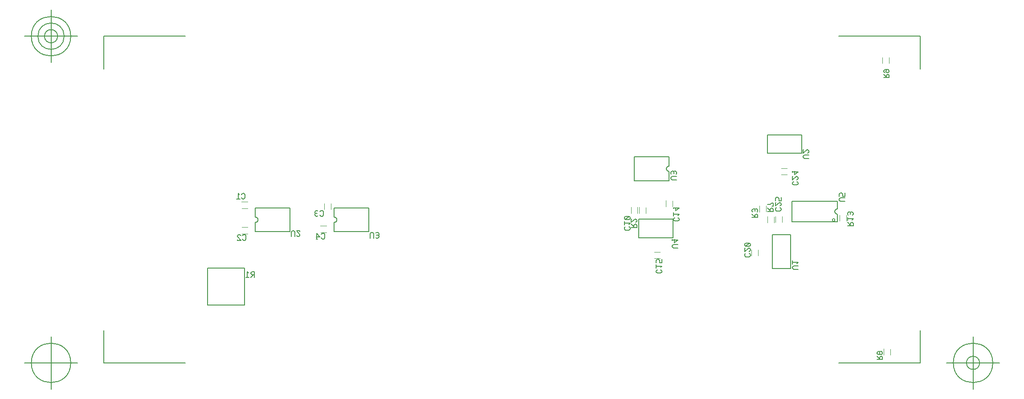
<source format=gbr>
G04 Generated by Ultiboard 13.0 *
%FSLAX24Y24*%
%MOIN*%

%ADD10C,0.0001*%
%ADD11C,0.0067*%
%ADD12C,0.0010*%
%ADD13C,0.0080*%
%ADD14C,0.0050*%


G04 ColorRGB FF14FF for the following layer *
%LNSilkscreen Bottom*%
%LPD*%
G54D10*
G54D11*
X-18871Y-12604D02*
X-18871Y-12176D01*
X-19041Y-12176D01*
X-19127Y-12262D01*
X-19127Y-12304D01*
X-19041Y-12390D01*
X-18871Y-12390D01*
X-18913Y-12390D02*
X-19127Y-12604D01*
X-19297Y-12262D02*
X-19383Y-12176D01*
X-19383Y-12604D01*
X-19255Y-12604D02*
X-19511Y-12604D01*
X-19746Y-9742D02*
X-19661Y-9828D01*
X-19575Y-9828D01*
X-19490Y-9742D01*
X-19490Y-9485D01*
X-19575Y-9400D01*
X-19661Y-9400D01*
X-19746Y-9485D01*
X-19874Y-9485D02*
X-19959Y-9400D01*
X-20045Y-9400D01*
X-20130Y-9485D01*
X-20130Y-9528D01*
X-19874Y-9828D01*
X-20130Y-9828D01*
X-20130Y-9785D01*
X-16089Y-9541D02*
X-16089Y-9198D01*
X-16003Y-9112D01*
X-15918Y-9112D01*
X-15833Y-9198D01*
X-15833Y-9541D01*
X-15705Y-9455D02*
X-15619Y-9541D01*
X-15534Y-9541D01*
X-15449Y-9455D01*
X-15449Y-9412D01*
X-15705Y-9112D01*
X-15449Y-9112D01*
X-15449Y-9155D01*
X-13846Y-9642D02*
X-13761Y-9728D01*
X-13675Y-9728D01*
X-13590Y-9642D01*
X-13590Y-9385D01*
X-13675Y-9300D01*
X-13761Y-9300D01*
X-13846Y-9385D01*
X-14230Y-9557D02*
X-13974Y-9557D01*
X-14187Y-9300D01*
X-14187Y-9728D01*
X-14145Y-9728D02*
X-14230Y-9728D01*
X-10183Y-9659D02*
X-10183Y-9316D01*
X-10098Y-9230D01*
X-10013Y-9230D01*
X-9927Y-9316D01*
X-9927Y-9659D01*
X-9757Y-9616D02*
X-9714Y-9659D01*
X-9629Y-9659D01*
X-9543Y-9573D01*
X-9543Y-9487D01*
X-9586Y-9444D01*
X-9543Y-9402D01*
X-9543Y-9316D01*
X-9629Y-9230D01*
X-9714Y-9230D01*
X-9757Y-9273D01*
X-9714Y-9444D02*
X-9586Y-9444D01*
X-13946Y-7942D02*
X-13861Y-8028D01*
X-13775Y-8028D01*
X-13690Y-7942D01*
X-13690Y-7685D01*
X-13775Y-7600D01*
X-13861Y-7600D01*
X-13946Y-7685D01*
X-14117Y-7642D02*
X-14159Y-7600D01*
X-14245Y-7600D01*
X-14330Y-7685D01*
X-14330Y-7771D01*
X-14287Y-7814D01*
X-14330Y-7857D01*
X-14330Y-7942D01*
X-14245Y-8028D01*
X-14159Y-8028D01*
X-14117Y-7985D01*
X-14159Y-7814D02*
X-14287Y-7814D01*
X-19816Y-6645D02*
X-19731Y-6730D01*
X-19646Y-6730D01*
X-19560Y-6645D01*
X-19560Y-6387D01*
X-19646Y-6302D01*
X-19731Y-6302D01*
X-19816Y-6387D01*
X-19987Y-6387D02*
X-20072Y-6302D01*
X-20072Y-6730D01*
X-19944Y-6730D02*
X-20200Y-6730D01*
X12737Y-5292D02*
X12394Y-5292D01*
X12308Y-5207D01*
X12308Y-5122D01*
X12394Y-5036D01*
X12737Y-5036D01*
X12694Y-4866D02*
X12737Y-4823D01*
X12737Y-4738D01*
X12651Y-4652D01*
X12565Y-4652D01*
X12522Y-4695D01*
X12480Y-4652D01*
X12394Y-4652D01*
X12308Y-4738D01*
X12308Y-4823D01*
X12351Y-4866D01*
X12522Y-4823D02*
X12522Y-4695D01*
X12837Y-10392D02*
X12494Y-10392D01*
X12408Y-10307D01*
X12408Y-10222D01*
X12494Y-10136D01*
X12837Y-10136D01*
X12580Y-9752D02*
X12580Y-10008D01*
X12837Y-9795D01*
X12408Y-9795D01*
X12408Y-9838D02*
X12408Y-9752D01*
X21837Y-11992D02*
X21494Y-11992D01*
X21408Y-11907D01*
X21408Y-11822D01*
X21494Y-11736D01*
X21837Y-11736D01*
X21751Y-11566D02*
X21837Y-11480D01*
X21408Y-11480D01*
X21408Y-11608D02*
X21408Y-11352D01*
X22637Y-3692D02*
X22294Y-3692D01*
X22208Y-3607D01*
X22208Y-3522D01*
X22294Y-3436D01*
X22637Y-3436D01*
X22551Y-3308D02*
X22637Y-3223D01*
X22637Y-3138D01*
X22551Y-3052D01*
X22508Y-3052D01*
X22208Y-3308D01*
X22208Y-3052D01*
X22251Y-3052D01*
X25337Y-6908D02*
X24994Y-6908D01*
X24908Y-6823D01*
X24908Y-6738D01*
X24994Y-6652D01*
X25337Y-6652D01*
X25337Y-6268D02*
X25337Y-6524D01*
X25165Y-6524D01*
X25165Y-6354D01*
X25080Y-6268D01*
X24994Y-6268D01*
X24908Y-6354D01*
X24908Y-6524D01*
X8918Y-8797D02*
X8833Y-8882D01*
X8833Y-8968D01*
X8918Y-9053D01*
X9175Y-9053D01*
X9261Y-8968D01*
X9261Y-8882D01*
X9175Y-8797D01*
X9175Y-8626D02*
X9261Y-8541D01*
X8833Y-8541D01*
X8833Y-8669D02*
X8833Y-8413D01*
X9175Y-8285D02*
X9261Y-8200D01*
X9261Y-8114D01*
X9175Y-8029D01*
X8918Y-8029D01*
X8833Y-8114D01*
X8833Y-8200D01*
X8918Y-8285D01*
X9175Y-8285D01*
X9175Y-8029D02*
X8918Y-8285D01*
X9333Y-8861D02*
X9761Y-8861D01*
X9761Y-8690D01*
X9675Y-8605D01*
X9633Y-8605D01*
X9547Y-8690D01*
X9547Y-8861D01*
X9547Y-8818D02*
X9333Y-8605D01*
X9675Y-8477D02*
X9761Y-8392D01*
X9761Y-8306D01*
X9675Y-8221D01*
X9633Y-8221D01*
X9333Y-8477D01*
X9333Y-8221D01*
X9375Y-8221D01*
X11294Y-12020D02*
X11208Y-12106D01*
X11208Y-12191D01*
X11294Y-12276D01*
X11551Y-12276D01*
X11637Y-12191D01*
X11637Y-12106D01*
X11551Y-12020D01*
X11551Y-11850D02*
X11637Y-11764D01*
X11208Y-11764D01*
X11208Y-11892D02*
X11208Y-11636D01*
X11637Y-11252D02*
X11637Y-11508D01*
X11465Y-11508D01*
X11465Y-11338D01*
X11380Y-11252D01*
X11294Y-11252D01*
X11208Y-11338D01*
X11208Y-11508D01*
X12594Y-8128D02*
X12508Y-8214D01*
X12508Y-8299D01*
X12594Y-8384D01*
X12851Y-8384D01*
X12937Y-8299D01*
X12937Y-8214D01*
X12851Y-8128D01*
X12851Y-7958D02*
X12937Y-7872D01*
X12508Y-7872D01*
X12508Y-8000D02*
X12508Y-7744D01*
X12680Y-7360D02*
X12680Y-7616D01*
X12937Y-7403D01*
X12508Y-7403D01*
X12508Y-7446D02*
X12508Y-7360D01*
X17918Y-10797D02*
X17833Y-10882D01*
X17833Y-10968D01*
X17918Y-11053D01*
X18175Y-11053D01*
X18261Y-10968D01*
X18261Y-10882D01*
X18175Y-10797D01*
X18175Y-10669D02*
X18261Y-10584D01*
X18261Y-10498D01*
X18175Y-10413D01*
X18133Y-10413D01*
X17833Y-10669D01*
X17833Y-10413D01*
X17875Y-10413D01*
X18175Y-10285D02*
X18261Y-10200D01*
X18261Y-10114D01*
X18175Y-10029D01*
X17918Y-10029D01*
X17833Y-10114D01*
X17833Y-10200D01*
X17918Y-10285D01*
X18175Y-10285D01*
X18175Y-10029D02*
X17918Y-10285D01*
X19533Y-7661D02*
X19961Y-7661D01*
X19961Y-7490D01*
X19875Y-7405D01*
X19833Y-7405D01*
X19747Y-7490D01*
X19747Y-7661D01*
X19747Y-7618D02*
X19533Y-7405D01*
X19533Y-7149D02*
X19747Y-7149D01*
X19875Y-7021D01*
X19961Y-7021D01*
X19961Y-7277D01*
X19875Y-7277D01*
X20218Y-7373D02*
X20133Y-7459D01*
X20133Y-7544D01*
X20218Y-7629D01*
X20475Y-7629D01*
X20561Y-7544D01*
X20561Y-7459D01*
X20475Y-7373D01*
X20475Y-7245D02*
X20561Y-7160D01*
X20561Y-7075D01*
X20475Y-6989D01*
X20433Y-6989D01*
X20133Y-7245D01*
X20133Y-6989D01*
X20175Y-6989D01*
X20561Y-6605D02*
X20561Y-6861D01*
X20390Y-6861D01*
X20390Y-6691D01*
X20304Y-6605D01*
X20218Y-6605D01*
X20133Y-6691D01*
X20133Y-6861D01*
X18386Y-8116D02*
X18814Y-8116D01*
X18814Y-7945D01*
X18729Y-7860D01*
X18686Y-7860D01*
X18600Y-7945D01*
X18600Y-8116D01*
X18600Y-8073D02*
X18386Y-7860D01*
X18772Y-7689D02*
X18814Y-7646D01*
X18814Y-7561D01*
X18729Y-7476D01*
X18643Y-7476D01*
X18600Y-7518D01*
X18557Y-7476D01*
X18472Y-7476D01*
X18386Y-7561D01*
X18386Y-7646D01*
X18429Y-7689D01*
X18600Y-7646D02*
X18600Y-7518D01*
X25533Y-8729D02*
X25961Y-8729D01*
X25961Y-8559D01*
X25875Y-8473D01*
X25833Y-8473D01*
X25747Y-8559D01*
X25747Y-8729D01*
X25747Y-8687D02*
X25533Y-8473D01*
X25875Y-8303D02*
X25961Y-8217D01*
X25533Y-8217D01*
X25533Y-8345D02*
X25533Y-8089D01*
X25918Y-7919D02*
X25961Y-7876D01*
X25961Y-7791D01*
X25875Y-7705D01*
X25790Y-7705D01*
X25747Y-7748D01*
X25704Y-7705D01*
X25618Y-7705D01*
X25533Y-7791D01*
X25533Y-7876D01*
X25575Y-7919D01*
X25747Y-7876D02*
X25747Y-7748D01*
X21494Y-5420D02*
X21408Y-5506D01*
X21408Y-5591D01*
X21494Y-5676D01*
X21751Y-5676D01*
X21837Y-5591D01*
X21837Y-5506D01*
X21751Y-5420D01*
X21751Y-5292D02*
X21837Y-5207D01*
X21837Y-5122D01*
X21751Y-5036D01*
X21708Y-5036D01*
X21408Y-5292D01*
X21408Y-5036D01*
X21451Y-5036D01*
X21580Y-4652D02*
X21580Y-4908D01*
X21837Y-4695D01*
X21408Y-4695D01*
X21408Y-4738D02*
X21408Y-4652D01*
G54D12*
X-19803Y-8835D02*
X-19359Y-8835D01*
X-19802Y-9327D02*
X-19363Y-9326D01*
X-13913Y-8735D02*
X-13469Y-8735D01*
X-13912Y-9227D02*
X-13473Y-9226D01*
X-13631Y-7510D02*
X-13631Y-7065D01*
X-13138Y-7509D02*
X-13139Y-7070D01*
X-19813Y-6935D02*
X-19369Y-6935D01*
X-19812Y-7427D02*
X-19373Y-7426D01*
X28233Y-18396D02*
X28233Y-17951D01*
X28725Y-18394D02*
X28725Y-17956D01*
X28626Y3862D02*
X28626Y3417D01*
X28134Y3861D02*
X28134Y3422D01*
X9328Y-7791D02*
X9328Y-7346D01*
X9820Y-7789D02*
X9820Y-7351D01*
X9933Y-7796D02*
X9933Y-7351D01*
X10425Y-7794D02*
X10425Y-7356D01*
X11062Y-10689D02*
X11507Y-10689D01*
X11064Y-11182D02*
X11502Y-11181D01*
X11933Y-7296D02*
X11933Y-6851D01*
X12425Y-7294D02*
X12425Y-6856D01*
X18826Y-10538D02*
X18826Y-10983D01*
X18334Y-10539D02*
X18334Y-10978D01*
X19533Y-8496D02*
X19533Y-8051D01*
X20025Y-8494D02*
X20025Y-8056D01*
X20626Y-8038D02*
X20626Y-8483D01*
X20134Y-8039D02*
X20134Y-8478D01*
X18933Y-7686D02*
X18933Y-7241D01*
X19425Y-7684D02*
X19425Y-7246D01*
X25426Y-7938D02*
X25426Y-8383D01*
X24934Y-7939D02*
X24934Y-8378D01*
X20561Y-4420D02*
X21005Y-4420D01*
X20562Y-4913D02*
X21001Y-4912D01*
G54D13*
X-18783Y-7395D02*
X-16185Y-7395D01*
X-16185Y-9167D01*
X-18783Y-9167D01*
X-18783Y-8478D02*
X-18766Y-8477D01*
X-18749Y-8475D01*
X-18733Y-8471D01*
X-18716Y-8466D01*
X-18700Y-8460D01*
X-18685Y-8452D01*
X-18671Y-8442D01*
X-18657Y-8432D01*
X-18644Y-8420D01*
X-18633Y-8408D01*
X-18622Y-8394D01*
X-18613Y-8380D01*
X-18605Y-8364D01*
X-18598Y-8348D01*
X-18593Y-8332D01*
X-18590Y-8315D01*
X-18587Y-8298D01*
X-18587Y-8281D01*
X-18587Y-8264D01*
X-18590Y-8247D01*
X-18593Y-8230D01*
X-18598Y-8214D01*
X-18605Y-8198D01*
X-18613Y-8183D01*
X-18622Y-8168D01*
X-18633Y-8155D01*
X-18644Y-8142D01*
X-18657Y-8130D01*
X-18671Y-8120D01*
X-18685Y-8111D01*
X-18700Y-8103D01*
X-18716Y-8096D01*
X-18733Y-8091D01*
X-18749Y-8087D01*
X-18766Y-8085D01*
X-18783Y-8084D01*
X-18783Y-9167D02*
X-18783Y-8478D01*
X-18783Y-8084D02*
X-18783Y-7395D01*
X-12883Y-7395D02*
X-10285Y-7395D01*
X-10285Y-9167D01*
X-12883Y-9167D01*
X-12883Y-8478D02*
X-12866Y-8477D01*
X-12849Y-8475D01*
X-12833Y-8471D01*
X-12816Y-8466D01*
X-12800Y-8460D01*
X-12785Y-8452D01*
X-12771Y-8442D01*
X-12757Y-8432D01*
X-12744Y-8420D01*
X-12733Y-8408D01*
X-12722Y-8394D01*
X-12713Y-8380D01*
X-12705Y-8364D01*
X-12698Y-8348D01*
X-12693Y-8332D01*
X-12690Y-8315D01*
X-12687Y-8298D01*
X-12687Y-8281D01*
X-12687Y-8264D01*
X-12690Y-8247D01*
X-12693Y-8230D01*
X-12698Y-8214D01*
X-12705Y-8198D01*
X-12713Y-8183D01*
X-12722Y-8168D01*
X-12733Y-8155D01*
X-12744Y-8142D01*
X-12757Y-8130D01*
X-12771Y-8120D01*
X-12785Y-8111D01*
X-12800Y-8103D01*
X-12816Y-8096D01*
X-12833Y-8091D01*
X-12849Y-8087D01*
X-12866Y-8085D01*
X-12883Y-8084D01*
X-12883Y-8084D01*
X-12883Y-9167D02*
X-12883Y-8478D01*
X-12883Y-8084D02*
X-12883Y-7395D01*
X-22362Y-11903D02*
X-19606Y-11903D01*
X-19606Y-14659D01*
X-22362Y-14659D01*
X-22362Y-11903D01*
X27746Y-18733D02*
X28140Y-18733D01*
X28140Y-18576D01*
X28061Y-18498D01*
X28022Y-18498D01*
X27943Y-18576D01*
X27943Y-18733D01*
X27943Y-18694D02*
X27746Y-18498D01*
X27746Y-18224D02*
X27746Y-18302D01*
X27825Y-18380D01*
X27904Y-18380D01*
X27943Y-18341D01*
X27983Y-18380D01*
X28061Y-18380D01*
X28140Y-18302D01*
X28140Y-18224D01*
X28061Y-18145D01*
X27983Y-18145D01*
X27943Y-18185D01*
X27904Y-18145D01*
X27825Y-18145D01*
X27746Y-18224D01*
X27943Y-18341D02*
X27943Y-18185D01*
X28246Y2367D02*
X28640Y2367D01*
X28640Y2524D01*
X28561Y2602D01*
X28522Y2602D01*
X28443Y2524D01*
X28443Y2367D01*
X28443Y2406D02*
X28246Y2602D01*
X28325Y2720D02*
X28246Y2798D01*
X28246Y2876D01*
X28325Y2955D01*
X28483Y2955D01*
X28561Y2955D01*
X28640Y2876D01*
X28640Y2798D01*
X28561Y2720D01*
X28483Y2720D01*
X28404Y2798D01*
X28404Y2876D01*
X28483Y2955D01*
X12471Y-9621D02*
X9912Y-9621D01*
X9912Y-8244D01*
X12471Y-8244D01*
X12471Y-9621D01*
X12179Y-5353D02*
X9580Y-5353D01*
X9580Y-3581D01*
X12179Y-3581D01*
X12179Y-4270D02*
X12162Y-4271D01*
X12145Y-4273D01*
X12128Y-4277D01*
X12111Y-4282D01*
X12096Y-4289D01*
X12080Y-4296D01*
X12066Y-4306D01*
X12052Y-4316D01*
X12040Y-4328D01*
X12028Y-4340D01*
X12017Y-4354D01*
X12008Y-4369D01*
X12000Y-4384D01*
X11994Y-4400D01*
X11989Y-4416D01*
X11985Y-4433D01*
X11983Y-4450D01*
X11982Y-4467D01*
X11983Y-4484D01*
X11985Y-4501D01*
X11989Y-4518D01*
X11994Y-4534D01*
X12000Y-4550D01*
X12008Y-4565D01*
X12017Y-4580D01*
X12028Y-4593D01*
X12040Y-4606D01*
X12052Y-4618D01*
X12066Y-4628D01*
X12080Y-4637D01*
X12096Y-4645D01*
X12111Y-4652D01*
X12128Y-4657D01*
X12145Y-4661D01*
X12162Y-4663D01*
X12179Y-4664D01*
X12179Y-4664D01*
X12179Y-3581D02*
X12179Y-4270D01*
X12179Y-4664D02*
X12179Y-5353D01*
X19894Y-11946D02*
X19894Y-9387D01*
X21272Y-9387D01*
X21272Y-11946D01*
X19894Y-11946D01*
X24780Y-8432D02*
X21380Y-8432D01*
X21380Y-6902D01*
X24780Y-6902D01*
X24394Y-8303D02*
G75*
D01*
G02X24394Y-8303I98J0*
G01*
X24780Y-7470D02*
X24762Y-7471D01*
X24745Y-7473D01*
X24729Y-7477D01*
X24712Y-7482D01*
X24696Y-7489D01*
X24681Y-7496D01*
X24667Y-7506D01*
X24653Y-7516D01*
X24640Y-7528D01*
X24629Y-7540D01*
X24618Y-7554D01*
X24609Y-7569D01*
X24601Y-7584D01*
X24595Y-7600D01*
X24589Y-7616D01*
X24586Y-7633D01*
X24583Y-7650D01*
X24583Y-7667D01*
X24583Y-7684D01*
X24586Y-7701D01*
X24589Y-7718D01*
X24595Y-7734D01*
X24601Y-7750D01*
X24609Y-7765D01*
X24618Y-7780D01*
X24629Y-7793D01*
X24640Y-7806D01*
X24653Y-7818D01*
X24667Y-7828D01*
X24681Y-7837D01*
X24696Y-7845D01*
X24712Y-7852D01*
X24729Y-7857D01*
X24745Y-7861D01*
X24762Y-7863D01*
X24780Y-7864D01*
X24780Y-6902D02*
X24780Y-7470D01*
X24780Y-7864D02*
X24780Y-8432D01*
X22095Y-3302D02*
X19536Y-3302D01*
X19536Y-1924D01*
X22095Y-1924D01*
X22095Y-3302D01*
G54D14*
X-30140Y-18998D02*
X-30140Y-16553D01*
X-30140Y-18998D02*
X-24027Y-18998D01*
X30986Y-18998D02*
X24873Y-18998D01*
X30986Y-18998D02*
X30986Y-16553D01*
X30986Y5454D02*
X30986Y3009D01*
X30986Y5454D02*
X24873Y5454D01*
X-30140Y5454D02*
X-24027Y5454D01*
X-30140Y5454D02*
X-30140Y3009D01*
X-32109Y-18998D02*
X-36046Y-18998D01*
X-34077Y-20966D02*
X-34077Y-17029D01*
X-35553Y-18998D02*
G75*
D01*
G02X-35553Y-18998I1476J0*
G01*
X32954Y-18998D02*
X36891Y-18998D01*
X34923Y-20966D02*
X34923Y-17029D01*
X33446Y-18998D02*
G75*
D01*
G02X33446Y-18998I1477J0*
G01*
X34431Y-18998D02*
G75*
D01*
G02X34431Y-18998I492J0*
G01*
X-32109Y5454D02*
X-36046Y5454D01*
X-34077Y3486D02*
X-34077Y7423D01*
X-35553Y5454D02*
G75*
D01*
G02X-35553Y5454I1476J0*
G01*
X-35061Y5454D02*
G75*
D01*
G02X-35061Y5454I984J0*
G01*
X-34569Y5454D02*
G75*
D01*
G02X-34569Y5454I492J0*
G01*

M02*

</source>
